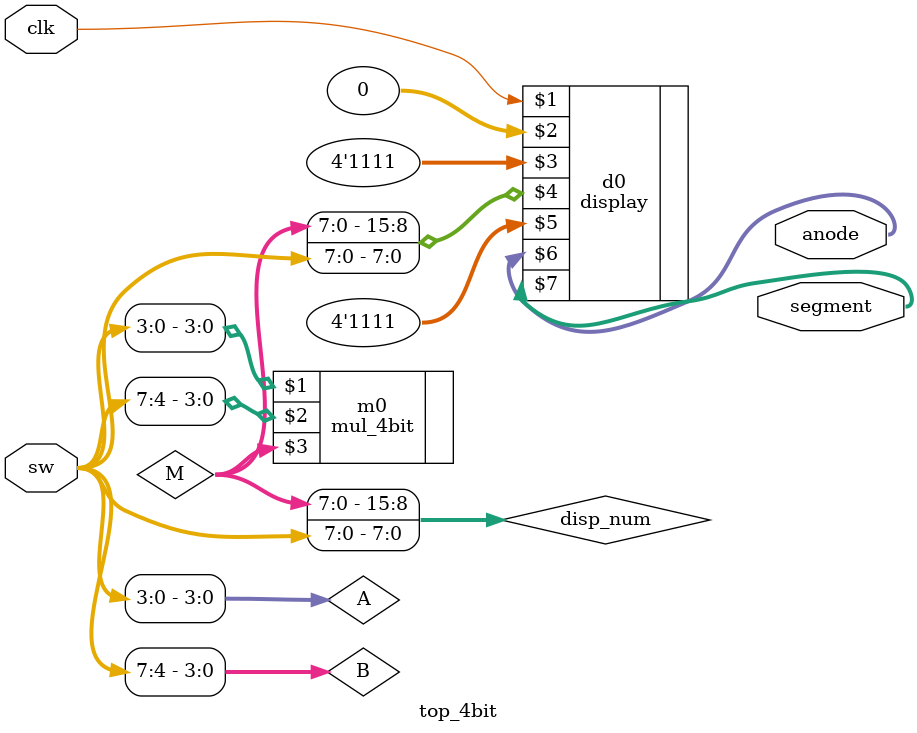
<source format=v>
`timescale 1ns / 1ps
module top_4bit(
	input wire clk,
	input wire [7:0]sw,
	output wire [3:0]anode,
	output wire [7:0]segment
);

	reg [3:0] A,B;
	wire [7:0] M;
	reg [15:0] disp_num;
	
	mul_4bit m0(A,B,M);
	display d0(clk,0,4'b1111,disp_num,4'b1111,anode,segment);

	
	always @* begin
		A = sw[3:0];
		B = sw[7:4];
		disp_num = {M,B,A};
	end
	
endmodule

</source>
